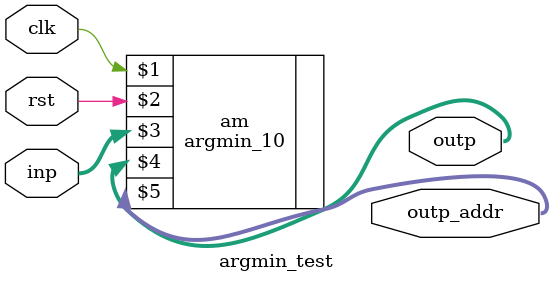
<source format=v>
/*  Concrete parameterizations of argmin for testing.
 * 
 *  Copyright (c) 2016, Stephen Longfield, stephenlongfield.com
 * 
 *  This program is free software: you can redistribute it and/or modify
 *  it under the terms of the GNU General Public License as published by
 *  the Free Software Foundation, either version 3 of the License, or
 *  (at your option) any later version.
 *
 *  This program is distributed in the hope that it will be useful,
 *  but WITHOUT ANY WARRANTY; without even the implied warranty of
 *  MERCHANTABILITY or FITNESS FOR A PARTICULAR PURPOSE.  See the
 *  GNU General Public License for more details.
 *
 *  You should have received a copy of the GNU General Public License
 *  along with this program.  If not, see <http://www.gnu.org/licenses/>.
 *
 */

`include "argmin_10.v"

module argmin_test(
  input clk,
  input rst,
  input wire  [10*32-1:0] inp,
  output wire [31:0] outp,
  output wire [4:0] outp_addr
  );

  argmin_10#(.WIDTH(32)) am(clk, rst, inp, outp, outp_addr);

endmodule

</source>
